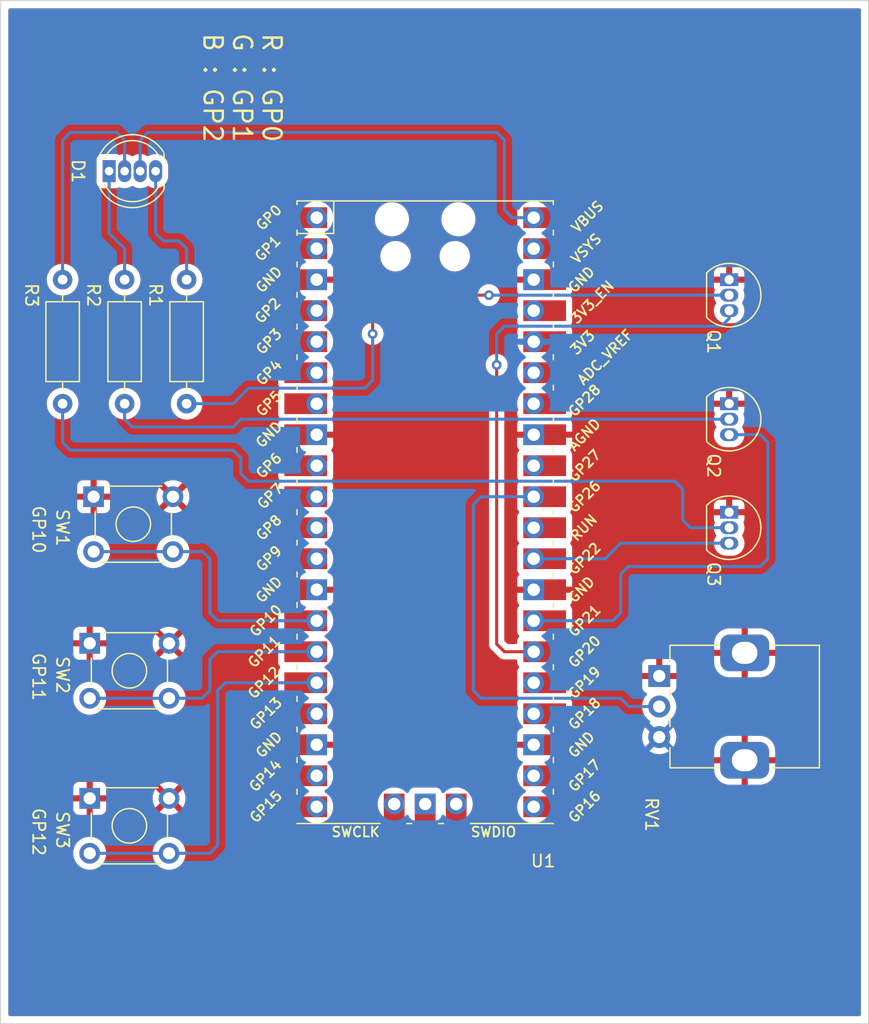
<source format=kicad_pcb>
(kicad_pcb (version 20221018) (generator pcbnew)
  (layers (0 "F.Cu" signal) (31 "B.Cu" signal) (34 "B.Paste" user) (35 "F.Paste" user) (36 "B.SilkS" user "B.Silkscreen") (37 "F.SilkS" user "F.Silkscreen") (38 "B.Mask" user) (39 "F.Mask" user) (44 "Edge.Cuts" user))
  (net 0 "")
  (net 1 "Net-(D1-GK)")
  (net 2 "Net-(D1-BK)")
  (net 3 "+5V")
  (net 4 "Net-(D1-RK)")
  (net 5 "GND")
  (net 6 "Net-(Q1-C)")
  (net 7 "/RED")
  (net 8 "Net-(Q2-C)")
  (net 9 "/GREEN")
  (net 10 "Net-(Q3-C)")
  (net 11 "/BLUE")
  (net 12 "Net-(U1-GPIO26_ADC0)")
  (net 13 "Net-(U1-GPIO10)")
  (net 14 "Net-(U1-GPIO11)")
  (net 15 "Net-(U1-GPIO12)")
  (net 42 "/3V3")
  (footprint "Resistor_THT:R_Axial_DIN0207_L6.3mm_D2.5mm_P10.16mm_Horizontal" (layer "F.Cu") (at 104.14 73.66 -90)
    (fp_text reference "R1" (at 1.27 2.54 -90 unlocked) (layer "F.SilkS"))
    (fp_text value "R")
    (fp_line (start 1.04 0) (end 1.81 0) (stroke (width 0.12)) (layer "F.SilkS"))
    (fp_line (start 1.81 -1.37) (end 1.81 1.37) (stroke (width 0.12)) (layer "F.SilkS"))
    (fp_line (start 1.81 1.37) (end 8.35 1.37) (stroke (width 0.12)) (layer "F.SilkS"))
    (fp_line (start 8.35 -1.37) (end 1.81 -1.37) (stroke (width 0.12)) (layer "F.SilkS"))
    (fp_line (start 8.35 1.37) (end 8.35 -1.37) (stroke (width 0.12)) (layer "F.SilkS"))
    (fp_line (start 9.12 0) (end 8.35 0) (stroke (width 0.12)) (layer "F.SilkS"))
    (pad "1" thru_hole circle (at 0 0 270) (size 1.6 1.6) (drill 0.8) (layers "*.Cu" "*.Mask") (net 4 "Net-(D1-RK)"))
    (pad "2" thru_hole oval (at 10.16 0 270) (size 1.6 1.6) (drill 0.8) (layers "*.Cu" "*.Mask") (net 6 "Net-(Q1-C)"))
  )
  (footprint "Resistor_THT:R_Axial_DIN0207_L6.3mm_D2.5mm_P10.16mm_Horizontal" (layer "F.Cu") (at 93.98 73.66 -90)
    (fp_text reference "R3" (at 1.27 2.54 -90 unlocked) (layer "F.SilkS"))
    (fp_text value "R")
    (fp_line (start 1.04 0) (end 1.81 0) (stroke (width 0.12)) (layer "F.SilkS"))
    (fp_line (start 1.81 -1.37) (end 1.81 1.37) (stroke (width 0.12)) (layer "F.SilkS"))
    (fp_line (start 1.81 1.37) (end 8.35 1.37) (stroke (width 0.12)) (layer "F.SilkS"))
    (fp_line (start 8.35 -1.37) (end 1.81 -1.37) (stroke (width 0.12)) (layer "F.SilkS"))
    (fp_line (start 8.35 1.37) (end 8.35 -1.37) (stroke (width 0.12)) (layer "F.SilkS"))
    (fp_line (start 9.12 0) (end 8.35 0) (stroke (width 0.12)) (layer "F.SilkS"))
    (pad "1" thru_hole circle (at 0 0 270) (size 1.6 1.6) (drill 0.8) (layers "*.Cu" "*.Mask") (net 2 "Net-(D1-BK)"))
    (pad "2" thru_hole oval (at 10.16 0 270) (size 1.6 1.6) (drill 0.8) (layers "*.Cu" "*.Mask") (net 10 "Net-(Q3-C)"))
  )
  (footprint "Rpi_Pico:RPi_Pico_SMD_TH" (layer "F.Cu") (at 123.685 92.71)
    (fp_text reference "U1" (at 9.665 28.575) (layer "F.SilkS"))
    (fp_text value "Pico")
    (fp_text user "GP9" (at -12.8 3.81 45) (layer "F.SilkS") (effects (font (size 0.8 0.8))))
    (fp_text user "GP11" (at -13.2 11.43 45) (layer "F.SilkS") (effects (font (size 0.8 0.8))))
    (fp_text user "GP4" (at -12.8 -11.43 45) (layer "F.SilkS") (effects (font (size 0.8 0.8))))
    (fp_text user "GP15" (at -13.054 24.13 45) (layer "F.SilkS") (effects (font (size 0.8 0.8))))
    (fp_text user "GP21" (at 13.054 8.9 45) (layer "F.SilkS") (effects (font (size 0.8 0.8))))
    (fp_text user "3V3" (at 12.9 -13.9 45) (layer "F.SilkS") (effects (font (size 0.8 0.8))))
    (fp_text user "GND" (at -12.8 6.35 45) (layer "F.SilkS") (effects (font (size 0.8 0.8))))
    (fp_text user "GP18" (at 13.054 16.51 45) (layer "F.SilkS") (effects (font (size 0.8 0.8))))
    (fp_text user "GP16" (at 13.054 24.13 45) (layer "F.SilkS") (effects (font (size 0.8 0.8))))
    (fp_text user "GP6" (at -12.8 -3.81 45) (layer "F.SilkS") (effects (font (size 0.8 0.8))))
    (fp_text user "GP19" (at 13.054 13.97 45) (layer "F.SilkS") (effects (font (size 0.8 0.8))))
    (fp_text user "GND" (at -12.8 19.05 45) (layer "F.SilkS") (effects (font (size 0.8 0.8))))
    (fp_text user "ADC_VREF" (at 14.745 -12.7 45) (layer "F.SilkS") (effects (font (size 0.8 0.8))))
    (fp_text user "GP8" (at -12.8 1.27 45) (layer "F.SilkS") (effects (font (size 0.8 0.8))))
    (fp_text user "RUN" (at 13 1.27 45) (layer "F.SilkS") (effects (font (size 0.8 0.8))))
    (fp_text user "GND" (at -12.8 -6.35 45) (layer "F.SilkS") (effects (font (size 0.8 0.8))))
    (fp_text user "GP12" (at -13.2 13.97 45) (layer "F.SilkS") (effects (font (size 0.8 0.8))))
    (fp_text user "GP27" (at 13.054 -3.8 45) (layer "F.SilkS") (effects (font (size 0.8 0.8))))
    (fp_text user "GP13" (at -13.054 16.51 45) (layer "F.SilkS") (effects (font (size 0.8 0.8))))
    (fp_text user "GP22" (at 13.054 3.81 45) (layer "F.SilkS") (effects (font (size 0.8 0.8))))
    (fp_text user "GP2" (at -12.9 -16.51 45) (layer "F.SilkS") (effects (font (size 0.8 0.8))))
    (fp_text user "GND" (at 12.8 6.35 45) (layer "F.SilkS") (effects (font (size 0.8 0.8))))
    (fp_text user "SWCLK" (at -5.7 26.2) (layer "F.SilkS") (effects (font (size 0.8 0.8))))
    (fp_text user "3V3_EN" (at 13.7 -17.2 45) (layer "F.SilkS") (effects (font (size 0.8 0.8))))
    (fp_text user "GP7" (at -12.7 -1.3 45) (layer "F.SilkS") (effects (font (size 0.8 0.8))))
    (fp_text user "GP17" (at 13.054 21.59 45) (layer "F.SilkS") (effects (font (size 0.8 0.8))))
    (fp_text user "GP3" (at -12.8 -13.97 45) (layer "F.SilkS") (effects (font (size 0.8 0.8))))
    (fp_text user "VBUS" (at 13.3 -24.2 45) (layer "F.SilkS") (effects (font (size 0.8 0.8))))
    (fp_text user "GND" (at 12.8 -19.05 45) (layer "F.SilkS") (effects (font (size 0.8 0.8))))
    (fp_text user "GP1" (at -12.9 -21.6 45) (layer "F.SilkS") (effects (font (size 0.8 0.8))))
    (fp_text user "GP14" (at -13.1 21.59 45) (layer "F.SilkS") (effects (font (size 0.8 0.8))))
    (fp_text user "GP5" (at -12.8 -8.89 45) (layer "F.SilkS") (effects (font (size 0.8 0.8))))
    (fp_text user "AGND" (at 13.054 -6.35 45) (layer "F.SilkS") (effects (font (size 0.8 0.8))))
    (fp_text user "GP28" (at 13.054 -9.144 45) (layer "F.SilkS") (effects (font (size 0.8 0.8))))
    (fp_text user "GP26" (at 13.054 -1.27 45) (layer "F.SilkS") (effects (font (size 0.8 0.8))))
    (fp_text user "GND" (at -12.8 -19.05 45) (layer "F.SilkS") (effects (font (size 0.8 0.8))))
    (fp_text user "GP10" (at -13.054 8.89 45) (layer "F.SilkS") (effects (font (size 0.8 0.8))))
    (fp_text user "SWDIO" (at 5.6 26.2) (layer "F.SilkS") (effects (font (size 0.8 0.8))))
    (fp_text user "GP0" (at -12.8 -24.13 45) (layer "F.SilkS") (effects (font (size 0.8 0.8))))
    (fp_text user "GND" (at 12.8 19.05 45) (layer "F.SilkS") (effects (font (size 0.8 0.8))))
    (fp_text user "VSYS" (at 13.2 -21.59 45) (layer "F.SilkS") (effects (font (size 0.8 0.8))))
    (fp_text user "GP20" (at 13.054 11.43 45) (layer "F.SilkS") (effects (font (size 0.8 0.8))))
    (fp_line (start -10.5 -25.5) (end -10.5 -25.2) (stroke (width 0.12)) (layer "F.SilkS"))
    (fp_line (start -10.5 -25.5) (end 10.5 -25.5) (stroke (width 0.12)) (layer "F.SilkS"))
    (fp_line (start -10.5 -23.1) (end -10.5 -22.7) (stroke (width 0.12)) (layer "F.SilkS"))
    (fp_line (start -10.5 -22.833) (end -7.493 -22.833) (stroke (width 0.12)) (layer "F.SilkS"))
    (fp_line (start -10.5 -20.5) (end -10.5 -20.1) (stroke (width 0.12)) (layer "F.SilkS"))
    (fp_line (start -10.5 -18) (end -10.5 -17.6) (stroke (width 0.12)) (layer "F.SilkS"))
    (fp_line (start -10.5 -15.4) (end -10.5 -15) (stroke (width 0.12)) (layer "F.SilkS"))
    (fp_line (start -10.5 -12.9) (end -10.5 -12.5) (stroke (width 0.12)) (layer "F.SilkS"))
    (fp_line (start -10.5 -10.4) (end -10.5 -10) (stroke (width 0.12)) (layer "F.SilkS"))
    (fp_line (start -10.5 -7.8) (end -10.5 -7.4) (stroke (width 0.12)) (layer "F.SilkS"))
    (fp_line (start -10.5 -5.3) (end -10.5 -4.9) (stroke (width 0.12)) (layer "F.SilkS"))
    (fp_line (start -10.5 -2.7) (end -10.5 -2.3) (stroke (width 0.12)) (layer "F.SilkS"))
    (fp_line (start -10.5 -0.2) (end -10.5 0.2) (stroke (width 0.12)) (layer "F.SilkS"))
    (fp_line (start -10.5 2.3) (end -10.5 2.7) (stroke (width 0.12)) (layer "F.SilkS"))
    (fp_line (start -10.5 4.9) (end -10.5 5.3) (stroke (width 0.12)) (layer "F.SilkS"))
    (fp_line (start -10.5 7.4) (end -10.5 7.8) (stroke (width 0.12)) (layer "F.SilkS"))
    (fp_line (start -10.5 10) (end -10.5 10.4) (stroke (width 0.12)) (layer "F.SilkS"))
    (fp_line (start -10.5 12.5) (end -10.5 12.9) (stroke (width 0.12)) (layer "F.SilkS"))
    (fp_line (start -10.5 15.1) (end -10.5 15.5) (stroke (width 0.12)) (layer "F.SilkS"))
    (fp_line (start -10.5 17.6) (end -10.5 18) (stroke (width 0.12)) (layer "F.SilkS"))
    (fp_line (start -10.5 20.1) (end -10.5 20.5) (stroke (width 0.12)) (layer "F.SilkS"))
    (fp_line (start -10.5 22.7) (end -10.5 23.1) (stroke (width 0.12)) (layer "F.SilkS"))
    (fp_line (start -7.493 -22.833) (end -7.493 -25.5) (stroke (width 0.12)) (layer "F.SilkS"))
    (fp_line (start -3.7 25.5) (end -10.5 25.5) (stroke (width 0.12)) (layer "F.SilkS"))
    (fp_line (start -1.5 25.5) (end -1.1 25.5) (stroke (width 0.12)) (layer "F.SilkS"))
    (fp_line (start 1.1 25.5) (end 1.5 25.5) (stroke (width 0.12)) (layer "F.SilkS"))
    (fp_line (start 10.5 -25.5) (end 10.5 -25.2) (stroke (width 0.12)) (layer "F.SilkS"))
    (fp_line (start 10.5 -23.1) (end 10.5 -22.7) (stroke (width 0.12)) (layer "F.SilkS"))
    (fp_line (start 10.5 -20.5) (end 10.5 -20.1) (stroke (width 0.12)) (layer "F.SilkS"))
    (fp_line (start 10.5 -18) (end 10.5 -17.6) (stroke (width 0.12)) (layer "F.SilkS"))
    (fp_line (start 10.5 -15.4) (end 10.5 -15) (stroke (width 0.12)) (layer "F.SilkS"))
    (fp_line (start 10.5 -12.9) (end 10.5 -12.5) (stroke (width 0.12)) (layer "F.SilkS"))
    (fp_line (start 10.5 -10.4) (end 10.5 -10) (stroke (width 0.12)) (layer "F.SilkS"))
    (fp_line (start 10.5 -7.8) (end 10.5 -7.4) (stroke (width 0.12)) (layer "F.SilkS"))
    (fp_line (start 10.5 -5.3) (end 10.5 -4.9) (stroke (width 0.12)) (layer "F.SilkS"))
    (fp_line (start 10.5 -2.7) (end 10.5 -2.3) (stroke (width 0.12)) (layer "F.SilkS"))
    (fp_line (start 10.5 -0.2) (end 10.5 0.2) (stroke (width 0.12)) (layer "F.SilkS"))
    (fp_line (start 10.5 2.3) (end 10.5 2.7) (stroke (width 0.12)) (layer "F.SilkS"))
    (fp_line (start 10.5 4.9) (end 10.5 5.3) (stroke (width 0.12)) (layer "F.SilkS"))
    (fp_line (start 10.5 7.4) (end 10.5 7.8) (stroke (width 0.12)) (layer "F.SilkS"))
    (fp_line (start 10.5 10) (end 10.5 10.4) (stroke (width 0.12)) (layer "F.SilkS"))
    (fp_line (start 10.5 12.5) (end 10.5 12.9) (stroke (width 0.12)) (layer "F.SilkS"))
    (fp_line (start 10.5 15.1) (end 10.5 15.5) (stroke (width 0.12)) (layer "F.SilkS"))
    (fp_line (start 10.5 17.6) (end 10.5 18) (stroke (width 0.12)) (layer "F.SilkS"))
    (fp_line (start 10.5 20.1) (end 10.5 20.5) (stroke (width 0.12)) (layer "F.SilkS"))
    (fp_line (start 10.5 22.7) (end 10.5 23.1) (stroke (width 0.12)) (layer "F.SilkS"))
    (fp_line (start 10.5 25.5) (end 3.7 25.5) (stroke (width 0.12)) (layer "F.SilkS"))
    (pad "" np_thru_hole oval (at -2.725 -24) (size 1.8 1.8) (drill 1.8) (layers "*.Cu" "*.Mask"))
    (pad "" np_thru_hole oval (at -2.425 -20.97) (size 1.5 1.5) (drill 1.5) (layers "*.Cu" "*.Mask"))
    (pad "" np_thru_hole oval (at 2.425 -20.97) (size 1.5 1.5) (drill 1.5) (layers "*.Cu" "*.Mask"))
    (pad "" np_thru_hole oval (at 2.725 -24) (size 1.8 1.8) (drill 1.8) (layers "*.Cu" "*.Mask"))
    (pad "1" thru_hole oval (at -8.89 -24.13) (size 1.7 1.7) (drill 1.02) (layers "*.Cu" "*.Mask"))
    (pad "1" smd rect (at -8.89 -24.13) (size 3.5 1.7) (drill (offset -0.9 0)) (layers "F.Cu" "F.Mask"))
    (pad "2" thru_hole oval (at -8.89 -21.59) (size 1.7 1.7) (drill 1.02) (layers "*.Cu" "*.Mask"))
    (pad "2" smd rect (at -8.89 -21.59) (size 3.5 1.7) (drill (offset -0.9 0)) (layers "F.Cu" "F.Mask"))
    (pad "3" thru_hole rect (at -8.89 -19.05) (size 1.7 1.7) (drill 1.02) (layers "*.Cu" "*.Mask") (net 5 "GND"))
    (pad "3" smd rect (at -8.89 -19.05) (size 3.5 1.7) (drill (offset -0.9 0)) (layers "F.Cu" "F.Mask") (net 5 "GND"))
    (pad "4" thru_hole oval (at -8.89 -16.51) (size 1.7 1.7) (drill 1.02) (layers "*.Cu" "*.Mask"))
    (pad "4" smd rect (at -8.89 -16.51) (size 3.5 1.7) (drill (offset -0.9 0)) (layers "F.Cu" "F.Mask"))
    (pad "5" thru_hole oval (at -8.89 -13.97) (size 1.7 1.7) (drill 1.02) (layers "*.Cu" "*.Mask"))
    (pad "5" smd rect (at -8.89 -13.97) (size 3.5 1.7) (drill (offset -0.9 0)) (layers "F.Cu" "F.Mask"))
    (pad "6" thru_hole oval (at -8.89 -11.43) (size 1.7 1.7) (drill 1.02) (layers "*.Cu" "*.Mask"))
    (pad "6" smd rect (at -8.89 -11.43) (size 3.5 1.7) (drill (offset -0.9 0)) (layers "F.Cu" "F.Mask"))
    (pad "7" thru_hole oval (at -8.89 -8.89) (size 1.7 1.7) (drill 1.02) (layers "*.Cu" "*.Mask"))
    (pad "7" smd rect (at -8.89 -8.89) (size 3.5 1.7) (drill (offset -0.9 0)) (layers "F.Cu" "F.Mask"))
    (pad "8" thru_hole rect (at -8.89 -6.35) (size 1.7 1.7) (drill 1.02) (layers "*.Cu" "*.Mask") (net 5 "GND"))
    (pad "8" smd rect (at -8.89 -6.35) (size 3.5 1.7) (drill (offset -0.9 0)) (layers "F.Cu" "F.Mask") (net 5 "GND"))
    (pad "9" thru_hole oval (at -8.89 -3.81) (size 1.7 1.7) (drill 1.02) (layers "*.Cu" "*.Mask"))
    (pad "9" smd rect (at -8.89 -3.81) (size 3.5 1.7) (drill (offset -0.9 0)) (layers "F.Cu" "F.Mask"))
    (pad "10" thru_hole oval (at -8.89 -1.27) (size 1.7 1.7) (drill 1.02) (layers "*.Cu" "*.Mask"))
    (pad "10" smd rect (at -8.89 -1.27) (size 3.5 1.7) (drill (offset -0.9 0)) (layers "F.Cu" "F.Mask"))
    (pad "11" thru_hole oval (at -8.89 1.27) (size 1.7 1.7) (drill 1.02) (layers "*.Cu" "*.Mask"))
    (pad "11" smd rect (at -8.89 1.27) (size 3.5 1.7) (drill (offset -0.9 0)) (layers "F.Cu" "F.Mask"))
    (pad "12" thru_hole oval (at -8.89 3.81) (size 1.7 1.7) (drill 1.02) (layers "*.Cu" "*.Mask"))
    (pad "12" smd rect (at -8.89 3.81) (size 3.5 1.7) (drill (offset -0.9 0)) (layers "F.Cu" "F.Mask"))
    (pad "13" thru_hole rect (at -8.89 6.35) (size 1.7 1.7) (drill 1.02) (layers "*.Cu" "*.Mask") (net 5 "GND"))
    (pad "13" smd rect (at -8.89 6.35) (size 3.5 1.7) (drill (offset -0.9 0)) (layers "F.Cu" "F.Mask") (net 5 "GND"))
    (pad "14" thru_hole oval (at -8.89 8.89) (size 1.7 1.7) (drill 1.02) (layers "*.Cu" "*.Mask") (net 13 "Net-(U1-GPIO10)"))
    (pad "14" smd rect (at -8.89 8.89) (size 3.5 1.7) (drill (offset -0.9 0)) (layers "F.Cu" "F.Mask") (net 13 "Net-(U1-GPIO10)"))
    (pad "15" thru_hole oval (at -8.89 11.43) (size 1.7 1.7) (drill 1.02) (layers "*.Cu" "*.Mask") (net 14 "Net-(U1-GPIO11)"))
    (pad "15" smd rect (at -8.89 11.43) (size 3.5 1.7) (drill (offset -0.9 0)) (layers "F.Cu" "F.Mask") (net 14 "Net-(U1-GPIO11)"))
    (pad "16" thru_hole oval (at -8.89 13.97) (size 1.7 1.7) (drill 1.02) (layers "*.Cu" "*.Mask") (net 15 "Net-(U1-GPIO12)"))
    (pad "16" smd rect (at -8.89 13.97) (size 3.5 1.7) (drill (offset -0.9 0)) (layers "F.Cu" "F.Mask") (net 15 "Net-(U1-GPIO12)"))
    (pad "17" thru_hole oval (at -8.89 16.51) (size 1.7 1.7) (drill 1.02) (layers "*.Cu" "*.Mask"))
    (pad "17" smd rect (at -8.89 16.51) (size 3.5 1.7) (drill (offset -0.9 0)) (layers "F.Cu" "F.Mask"))
    (pad "18" thru_hole rect (at -8.89 19.05) (size 1.7 1.7) (drill 1.02) (layers "*.Cu" "*.Mask") (net 5 "GND"))
    (pad "18" smd rect (at -8.89 19.05) (size 3.5 1.7) (drill (offset -0.9 0)) (layers "F.Cu" "F.Mask") (net 5 "GND"))
    (pad "19" thru_hole oval (at -8.89 21.59) (size 1.7 1.7) (drill 1.02) (layers "*.Cu" "*.Mask"))
    (pad "19" smd rect (at -8.89 21.59) (size 3.5 1.7) (drill (offset -0.9 0)) (layers "F.Cu" "F.Mask"))
    (pad "20" thru_hole oval (at -8.89 24.13) (size 1.7 1.7) (drill 1.02) (layers "*.Cu" "*.Mask"))
    (pad "20" smd rect (at -8.89 24.13) (size 3.5 1.7) (drill (offset -0.9 0)) (layers "F.Cu" "F.Mask"))
    (pad "21" thru_hole oval (at 8.89 24.13) (size 1.7 1.7) (drill 1.02) (layers "*.Cu" "*.Mask"))
    (pad "21" smd rect (at 8.89 24.13) (size 3.5 1.7) (drill (offset 0.9 0)) (layers "F.Cu" "F.Mask"))
    (pad "22" thru_hole oval (at 8.89 21.59) (size 1.7 1.7) (drill 1.02) (layers "*.Cu" "*.Mask"))
    (pad "22" smd rect (at 8.89 21.59) (size 3.5 1.7) (drill (offset 0.9 0)) (layers "F.Cu" "F.Mask"))
    (pad "23" thru_hole rect (at 8.89 19.05) (size 1.7 1.7) (drill 1.02) (layers "*.Cu" "*.Mask") (net 5 "GND"))
    (pad "23" smd rect (at 8.89 19.05) (size 3.5 1.7) (drill (offset 0.9 0)) (layers "F.Cu" "F.Mask") (net 5 "GND"))
    (pad "24" thru_hole oval (at 8.89 16.51) (size 1.7 1.7) (drill 1.02) (layers "*.Cu" "*.Mask"))
    (pad "24" smd rect (at 8.89 16.51) (size 3.5 1.7) (drill (offset 0.9 0)) (layers "F.Cu" "F.Mask"))
    (pad "25" thru_hole oval (at 8.89 13.97) (size 1.7 1.7) (drill 1.02) (layers "*.Cu" "*.Mask"))
    (pad "25" smd rect (at 8.89 13.97) (size 3.5 1.7) (drill (offset 0.9 0)) (layers "F.Cu" "F.Mask"))
    (pad "26" thru_hole oval (at 8.89 11.43) (size 1.7 1.7) (drill 1.02) (layers "*.Cu" "*.Mask") (net 7 "/RED"))
    (pad "26" smd rect (at 8.89 11.43) (size 3.5 1.7) (drill (offset 0.9 0)) (layers "F.Cu" "F.Mask") (net 7 "/RED"))
    (pad "27" thru_hole oval (at 8.89 8.89) (size 1.7 1.7) (drill 1.02) (layers "*.Cu" "*.Mask") (net 9 "/GREEN"))
    (pad "27" smd rect (at 8.89 8.89) (size 3.5 1.7) (drill (offset 0.9 0)) (layers "F.Cu" "F.Mask") (net 9 "/GREEN"))
    (pad "28" thru_hole rect (at 8.89 6.35) (size 1.7 1.7) (drill 1.02) (layers "*.Cu" "*.Mask") (net 5 "GND"))
    (pad "28" smd rect (at 8.89 6.35) (size 3.5 1.7) (drill (offset 0.9 0)) (layers "F.Cu" "F.Mask") (net 5 "GND"))
    (pad "29" thru_hole oval (at 8.89 3.81) (size 1.7 1.7) (drill 1.02) (layers "*.Cu" "*.Mask") (net 11 "/BLUE"))
    (pad "29" smd rect (at 8.89 3.81) (size 3.5 1.7) (drill (offset 0.9 0)) (layers "F.Cu" "F.Mask") (net 11 "/BLUE"))
    (pad "30" thru_hole oval (at 8.89 1.27) (size 1.7 1.7) (drill 1.02) (layers "*.Cu" "*.Mask"))
    (pad "30" smd rect (at 8.89 1.27) (size 3.5 1.7) (drill (offset 0.9 0)) (layers "F.Cu" "F.Mask"))
    (pad "31" thru_hole oval (at 8.89 -1.27) (size 1.7 1.7) (drill 1.02) (layers "*.Cu" "*.Mask") (net 12 "Net-(U1-GPIO26_ADC0)"))
    (pad "31" smd rect (at 8.89 -1.27) (size 3.5 1.7) (drill (offset 0.9 0)) (layers "F.Cu" "F.Mask") (net 12 "Net-(U1-GPIO26_ADC0)"))
    (pad "32" thru_hole oval (at 8.89 -3.81) (size 1.7 1.7) (drill 1.02) (layers "*.Cu" "*.Mask"))
    (pad "32" smd rect (at 8.89 -3.81) (size 3.5 1.7) (drill (offset 0.9 0)) (layers "F.Cu" "F.Mask"))
    (pad "33" thru_hole rect (at 8.89 -6.35) (size 1.7 1.7) (drill 1.02) (layers "*.Cu" "*.Mask") (net 5 "GND"))
    (pad "33" smd rect (at 8.89 -6.35) (size 3.5 1.7) (drill (offset 0.9 0)) (layers "F.Cu" "F.Mask") (net 5 "GND"))
    (pad "34" thru_hole oval (at 8.89 -8.89) (size 1.7 1.7) (drill 1.02) (layers "*.Cu" "*.Mask"))
    (pad "34" smd rect (at 8.89 -8.89) (size 3.5 1.7) (drill (offset 0.9 0)) (layers "F.Cu" "F.Mask"))
    (pad "35" thru_hole oval (at 8.89 -11.43) (size 1.7 1.7) (drill 1.02) (layers "*.Cu" "*.Mask"))
    (pad "35" smd rect (at 8.89 -11.43) (size 3.5 1.7) (drill (offset 0.9 0)) (layers "F.Cu" "F.Mask"))
    (pad "36" thru_hole oval (at 8.89 -13.97) (size 1.7 1.7) (drill 1.02) (layers "*.Cu" "*.Mask") (net 42 "/3V3"))
    (pad "36" smd rect (at 8.89 -13.97) (size 3.5 1.7) (drill (offset 0.9 0)) (layers "F.Cu" "F.Mask") (net 42 "/3V3"))
    (pad "37" thru_hole oval (at 8.89 -16.51) (size 1.7 1.7) (drill 1.02) (layers "*.Cu" "*.Mask"))
    (pad "37" smd rect (at 8.89 -16.51) (size 3.5 1.7) (drill (offset 0.9 0)) (layers "F.Cu" "F.Mask"))
    (pad "38" thru_hole rect (at 8.89 -19.05) (size 1.7 1.7) (drill 1.02) (layers "*.Cu" "*.Mask") (net 5 "GND"))
    (pad "38" smd rect (at 8.89 -19.05) (size 3.5 1.7) (drill (offset 0.9 0)) (layers "F.Cu" "F.Mask") (net 5 "GND"))
    (pad "39" thru_hole oval (at 8.89 -21.59) (size 1.7 1.7) (drill 1.02) (layers "*.Cu" "*.Mask"))
    (pad "39" smd rect (at 8.89 -21.59) (size 3.5 1.7) (drill (offset 0.9 0)) (layers "F.Cu" "F.Mask"))
    (pad "40" thru_hole oval (at 8.89 -24.13) (size 1.7 1.7) (drill 1.02) (layers "*.Cu" "*.Mask") (net 3 "+5V"))
    (pad "40" smd rect (at 8.89 -24.13) (size 3.5 1.7) (drill (offset 0.9 0)) (layers "F.Cu" "F.Mask") (net 3 "+5V"))
    (pad "41" thru_hole oval (at -2.54 23.9) (size 1.7 1.7) (drill 1.02) (layers "*.Cu" "*.Mask"))
    (pad "41" smd rect (at -2.54 23.9 90) (size 3.5 1.7) (drill (offset -0.9 0)) (layers "F.Cu" "F.Mask"))
    (pad "42" thru_hole rect (at 0 23.9) (size 1.7 1.7) (drill 1.02) (layers "*.Cu" "*.Mask"))
    (pad "42" smd rect (at 0 23.9 90) (size 3.5 1.7) (drill (offset -0.9 0)) (layers "F.Cu" "F.Mask"))
    (pad "43" thru_hole oval (at 2.54 23.9) (size 1.7 1.7) (drill 1.02) (layers "*.Cu" "*.Mask"))
    (pad "43" smd rect (at 2.54 23.9 90) (size 3.5 1.7) (drill (offset -0.9 0)) (layers "F.Cu" "F.Mask"))
  )
  (footprint "Package_TO_SOT_THT:TO-92_Inline" (layer "F.Cu") (at 148.59 73.66 -90)
    (fp_text reference "Q1" (at 5.08 1.27 -90 unlocked) (layer "F.SilkS"))
    (fp_text value "DTC143Z")
    (fp_line (start -0.53 1.85) (end 3.07 1.85) (stroke (width 0.12)) (layer "F.SilkS"))
    (fp_arc (start -0.568478 1.838478) (mid -1.132087 -0.994977) (end 1.27 -2.6) (stroke (width 0.12)) (layer "F.SilkS"))
    (fp_arc (start 1.27 -2.6) (mid 3.672087 -0.994977) (end 3.108478 1.838478) (stroke (width 0.12)) (layer "F.SilkS"))
    (pad "1" thru_hole rect (at 0 0 270) (size 1.05 1.5) (drill 0.75) (layers "*.Cu" "*.Mask") (net 5 "GND"))
    (pad "2" thru_hole oval (at 1.27 0 270) (size 1.05 1.5) (drill 0.75) (layers "*.Cu" "*.Mask") (net 6 "Net-(Q1-C)"))
    (pad "3" thru_hole oval (at 2.54 0 270) (size 1.05 1.5) (drill 0.75) (layers "*.Cu" "*.Mask") (net 7 "/RED"))
  )
  (footprint "Package_TO_SOT_THT:TO-92_Inline" (layer "F.Cu") (at 148.59 92.71 -90)
    (fp_text reference "Q3" (at 5.08 1.27 -90 unlocked) (layer "F.SilkS"))
    (fp_text value "DTC143Z")
    (fp_line (start -0.53 1.85) (end 3.07 1.85) (stroke (width 0.12)) (layer "F.SilkS"))
    (fp_arc (start -0.568478 1.838478) (mid -1.132087 -0.994977) (end 1.27 -2.6) (stroke (width 0.12)) (layer "F.SilkS"))
    (fp_arc (start 1.27 -2.6) (mid 3.672087 -0.994977) (end 3.108478 1.838478) (stroke (width 0.12)) (layer "F.SilkS"))
    (pad "1" thru_hole rect (at 0 0 270) (size 1.05 1.5) (drill 0.75) (layers "*.Cu" "*.Mask") (net 5 "GND"))
    (pad "2" thru_hole oval (at 1.27 0 270) (size 1.05 1.5) (drill 0.75) (layers "*.Cu" "*.Mask") (net 10 "Net-(Q3-C)"))
    (pad "3" thru_hole oval (at 2.54 0 270) (size 1.05 1.5) (drill 0.75) (layers "*.Cu" "*.Mask") (net 11 "/BLUE"))
  )
  (footprint "Resistor_THT:R_Axial_DIN0207_L6.3mm_D2.5mm_P10.16mm_Horizontal" (layer "F.Cu") (at 99.06 73.66 -90)
    (fp_text reference "R2" (at 1.27 2.54 -90 unlocked) (layer "F.SilkS"))
    (fp_text value "R")
    (fp_line (start 1.04 0) (end 1.81 0) (stroke (width 0.12)) (layer "F.SilkS"))
    (fp_line (start 1.81 -1.37) (end 1.81 1.37) (stroke (width 0.12)) (layer "F.SilkS"))
    (fp_line (start 1.81 1.37) (end 8.35 1.37) (stroke (width 0.12)) (layer "F.SilkS"))
    (fp_line (start 8.35 -1.37) (end 1.81 -1.37) (stroke (width 0.12)) (layer "F.SilkS"))
    (fp_line (start 8.35 1.37) (end 8.35 -1.37) (stroke (width 0.12)) (layer "F.SilkS"))
    (fp_line (start 9.12 0) (end 8.35 0) (stroke (width 0.12)) (layer "F.SilkS"))
    (pad "1" thru_hole circle (at 0 0 270) (size 1.6 1.6) (drill 0.8) (layers "*.Cu" "*.Mask") (net 1 "Net-(D1-GK)"))
    (pad "2" thru_hole oval (at 10.16 0 270) (size 1.6 1.6) (drill 0.8) (layers "*.Cu" "*.Mask") (net 8 "Net-(Q2-C)"))
  )
  (footprint "Button_Switch_THT:SW_TH_Tactile_Omron_B3F-10xx" (layer "F.Cu") (at 96.2 103.45)
    (fp_text reference "SW2" (at -2.22 2.595 -90 unlocked) (layer "F.SilkS"))
    (fp_text value "B3FS")
    (fp_line (start 0.13 3.4) (end 0.13 1.2) (stroke (width 0.12)) (layer "F.SilkS"))
    (fp_line (start 0.6 5.37) (end 5.8 5.37) (stroke (width 0.12)) (layer "F.SilkS"))
    (fp_line (start 1.2 -0.87) (end 5.6 -0.87) (stroke (width 0.12)) (layer "F.SilkS"))
    (fp_line (start 6.37 1.2) (end 6.37 3.4) (stroke (width 0.12)) (layer "F.SilkS"))
    (fp_circle (center 3.25 2.25) (end 4.25 3.25) (stroke (width 0.12)) (fill none) (layer "F.SilkS"))
    (pad "1" thru_hole rect (at 0 0) (size 1.7 1.7) (drill 1) (layers "*.Cu" "*.Mask") (net 5 "GND"))
    (pad "1" thru_hole circle (at 6.5 0) (size 1.7 1.7) (drill 1) (layers "*.Cu" "*.Mask") (net 5 "GND"))
    (pad "2" thru_hole circle (at 0 4.5) (size 1.7 1.7) (drill 1) (layers "*.Cu" "*.Mask") (net 14 "Net-(U1-GPIO11)"))
    (pad "2" thru_hole circle (at 6.5 4.5) (size 1.7 1.7) (drill 1) (layers "*.Cu" "*.Mask") (net 14 "Net-(U1-GPIO11)"))
  )
  (footprint "Button_Switch_THT:SW_TH_Tactile_Omron_B3F-10xx" (layer "F.Cu") (at 96.52 91.44)
    (fp_text reference "SW1" (at -2.54 2.54 -90 unlocked) (layer "F.SilkS"))
    (fp_text value "B3FS")
    (fp_line (start 0.13 3.4) (end 0.13 1.2) (stroke (width 0.12)) (layer "F.SilkS"))
    (fp_line (start 0.6 5.37) (end 5.8 5.37) (stroke (width 0.12)) (layer "F.SilkS"))
    (fp_line (start 1.2 -0.87) (end 5.6 -0.87) (stroke (width 0.12)) (layer "F.SilkS"))
    (fp_line (start 6.37 1.2) (end 6.37 3.4) (stroke (width 0.12)) (layer "F.SilkS"))
    (fp_circle (center 3.25 2.25) (end 4.25 3.25) (stroke (width 0.12)) (fill none) (layer "F.SilkS"))
    (pad "1" thru_hole rect (at 0 0) (size 1.7 1.7) (drill 1) (layers "*.Cu" "*.Mask") (net 5 "GND"))
    (pad "1" thru_hole circle (at 6.5 0) (size 1.7 1.7) (drill 1) (layers "*.Cu" "*.Mask") (net 5 "GND"))
    (pad "2" thru_hole circle (at 0 4.5) (size 1.7 1.7) (drill 1) (layers "*.Cu" "*.Mask") (net 13 "Net-(U1-GPIO10)"))
    (pad "2" thru_hole circle (at 6.5 4.5) (size 1.7 1.7) (drill 1) (layers "*.Cu" "*.Mask") (net 13 "Net-(U1-GPIO10)"))
  )
  (footprint "Package_TO_SOT_THT:TO-92_Inline" (layer "F.Cu") (at 148.59 83.82 -90)
    (fp_text reference "Q2" (at 5.08 1.27 -90 unlocked) (layer "F.SilkS"))
    (fp_text value "DTC143Z")
    (fp_line (start -0.53 1.85) (end 3.07 1.85) (stroke (width 0.12)) (layer "F.SilkS"))
    (fp_arc (start -0.568478 1.838478) (mid -1.132087 -0.994977) (end 1.27 -2.6) (stroke (width 0.12)) (layer "F.SilkS"))
    (fp_arc (start 1.27 -2.6) (mid 3.672087 -0.994977) (end 3.108478 1.838478) (stroke (width 0.12)) (layer "F.SilkS"))
    (pad "1" thru_hole rect (at 0 0 270) (size 1.05 1.5) (drill 0.75) (layers "*.Cu" "*.Mask") (net 5 "GND"))
    (pad "2" thru_hole oval (at 1.27 0 270) (size 1.05 1.5) (drill 0.75) (layers "*.Cu" "*.Mask") (net 8 "Net-(Q2-C)"))
    (pad "3" thru_hole oval (at 2.54 0 270) (size 1.05 1.5) (drill 0.75) (layers "*.Cu" "*.Mask") (net 9 "/GREEN"))
  )
  (footprint "Button_Switch_THT:SW_TH_Tactile_Omron_B3F-10xx" (layer "F.Cu") (at 96.2 116.15)
    (fp_text reference "SW3" (at -2.22 2.595 -90 unlocked) (layer "F.SilkS"))
    (fp_text value "B3FS")
    (fp_line (start 0.13 3.4) (end 0.13 1.2) (stroke (width 0.12)) (layer "F.SilkS"))
    (fp_line (start 0.6 5.37) (end 5.8 5.37) (stroke (width 0.12)) (layer "F.SilkS"))
    (fp_line (start 1.2 -0.87) (end 5.6 -0.87) (stroke (width 0.12)) (layer "F.SilkS"))
    (fp_line (start 6.37 1.2) (end 6.37 3.4) (stroke (width 0.12)) (layer "F.SilkS"))
    (fp_circle (center 3.25 2.25) (end 4.25 3.25) (stroke (width 0.12)) (fill none) (layer "F.SilkS"))
    (pad "1" thru_hole rect (at 0 0) (size 1.7 1.7) (drill 1) (layers "*.Cu" "*.Mask") (net 5 "GND"))
    (pad "1" thru_hole circle (at 6.5 0) (size 1.7 1.7) (drill 1) (layers "*.Cu" "*.Mask") (net 5 "GND"))
    (pad "2" thru_hole circle (at 0 4.5) (size 1.7 1.7) (drill 1) (layers "*.Cu" "*.Mask") (net 15 "Net-(U1-GPIO12)"))
    (pad "2" thru_hole circle (at 6.5 4.5) (size 1.7 1.7) (drill 1) (layers "*.Cu" "*.Mask") (net 15 "Net-(U1-GPIO12)"))
  )
  (footprint "Potentiometer_THT:Potentiometer_Alps_RK09K_Single_Vertical" (layer "F.Cu") (at 142.86 106.13)
    (fp_text reference "RV1" (at -0.62 11.345 -90 unlocked) (layer "F.SilkS"))
    (fp_text value "RK09D117000B")
    (fp_line (start 0.88 -2.521) (end 0.88 -1.2) (stroke (width 0.12)) (layer "F.SilkS"))
    (fp_line (start 0.88 -2.521) (end 4.817 -2.521) (stroke (width 0.12)) (layer "F.SilkS"))
    (fp_line (start 0.88 1.25) (end 0.88 1.63) (stroke (width 0.12)) (layer "F.SilkS"))
    (fp_line (start 0.88 3.371) (end 0.88 4.13) (stroke (width 0.12)) (layer "F.SilkS"))
    (fp_line (start 0.88 5.87) (end 0.88 7.52) (stroke (width 0.12)) (layer "F.SilkS"))
    (fp_line (start 0.88 7.52) (end 4.817 7.52) (stroke (width 0.12)) (layer "F.SilkS"))
    (fp_line (start 9.184 -2.521) (end 13.12 -2.521) (stroke (width 0.12)) (layer "F.SilkS"))
    (fp_line (start 9.184 7.52) (end 13.12 7.52) (stroke (width 0.12)) (layer "F.SilkS"))
    (fp_line (start 13.12 -2.521) (end 13.12 7.52) (stroke (width 0.12)) (layer "F.SilkS"))
    (pad "1" thru_hole rect (at 0 0) (size 1.8 1.8) (drill 1) (layers "*.Cu" "*.Mask") (net 5 "GND"))
    (pad "2" thru_hole circle (at 0 2.5) (size 1.8 1.8) (drill 1) (layers "*.Cu" "*.Mask") (net 12 "Net-(U1-GPIO26_ADC0)"))
    (pad "3" thru_hole circle (at 0 5) (size 1.8 1.8) (drill 1) (layers "*.Cu" "*.Mask") (net 42 "/3V3"))
    (pad "MP" thru_hole roundrect (at 7 -1.9) (size 4 3) (drill oval 2.1 1.8) (layers "*.Cu" "*.Mask") (net 5 "GND"))
    (pad "MP" thru_hole roundrect (at 7 6.9) (size 4 3) (drill oval 2.1 1.8) (layers "*.Cu" "*.Mask") (net 5 "GND"))
  )
  (footprint "LED_THT:LED_D5.0mm-4_RGB" (layer "F.Cu") (at 97.79 64.77)
    (fp_text reference "D1" (at -2.54 0 -90 unlocked) (layer "F.SilkS"))
    (fp_text value "OSTAMA5B31A")
    (fp_line (start 4.5 -1.4325) (end 4.5 -0.9675) (stroke (width 0.12)) (layer "F.SilkS"))
    (fp_line (start 4.5 1) (end 4.5 1.465) (stroke (width 0.12)) (layer "F.SilkS"))
    (fp_arc (start -0.882815 -1.080827) (mid 1.646544 -2.978808) (end 4.465 -1.54483) (stroke (width 0.12)) (layer "F.SilkS"))
    (fp_arc (start -0.349684 -1.08) (mid 1.904762 -2.5) (end 4.159479 -1.080429) (stroke (width 0.12)) (layer "F.SilkS"))
    (fp_arc (start 4.159479 1.080429) (mid 1.904762 2.5) (end -0.349684 1.08) (stroke (width 0.12)) (layer "F.SilkS"))
    (fp_arc (start 4.465 1.54483) (mid 1.646544 2.978809) (end -0.882815 1.080827) (stroke (width 0.12)) (layer "F.SilkS"))
    (pad "1" thru_hole rect (at 0 0) (size 1.07 1.8) (drill 0.7) (layers "*.Cu" "*.Mask") (net 1 "Net-(D1-GK)"))
    (pad "2" thru_hole oval (at 1.27 0) (size 1.07 1.8) (drill 0.7) (layers "*.Cu" "*.Mask") (net 2 "Net-(D1-BK)"))
    (pad "3" thru_hole oval (at 2.54 0) (size 1.07 1.8) (drill 0.7) (layers "*.Cu" "*.Mask") (net 3 "+5V"))
    (pad "4" thru_hole oval (at 3.81 0) (size 1.07 1.8) (drill 0.7) (layers "*.Cu" "*.Mask") (net 4 "Net-(D1-RK)"))
  )
  (gr_line (start 88.9 134.62) (end 160.02 134.62) (stroke (width 0.1)) (layer "Edge.Cuts"))
  (gr_line (start 160.02 50.8) (end 88.9 50.8) (stroke (width 0.1)) (layer "Edge.Cuts"))
  (gr_line (start 160.02 134.62) (end 160.02 50.8) (stroke (width 0.1)) (layer "Edge.Cuts"))
  (gr_line (start 88.9 50.8) (end 88.9 134.62) (stroke (width 0.1)) (layer "Edge.Cuts"))
  (gr_text "GP10\n" (at 91.44 92.075 270) (layer "F.SilkS") (effects (font (size 1 1)) (justify left bottom)))
  (gr_text "GP11" (at 91.44 104.14 270) (layer "F.SilkS") (effects (font (size 1 1)) (justify left bottom)))
  (gr_text "GP12" (at 91.44 116.84 270) (layer "F.SilkS") (effects (font (size 1 1)) (justify left bottom)))
  (gr_text "R : GP0\nG : GP1\nB : GP2" (at 105.41 53.34 270) (layer "F.SilkS") (effects (font (size 1.5 1.5) (thickness 0.2) bold) (justify left bottom)))
  (segment (start 97.79 69.85) (end 97.79 64.77) (width 0.25) (layer "B.Cu") (net 1))
  (segment (start 99.06 73.66) (end 99.06 71.12) (width 0.25) (layer "B.Cu") (net 1))
  (segment (start 99.06 71.12) (end 97.79 69.85) (width 0.25) (layer "B.Cu") (net 1))
  (segment (start 99.06 62.23) (end 99.06 64.77) (width 0.25) (layer "B.Cu") (net 2))
  (segment (start 94.615 61.595) (end 98.425 61.595) (width 0.25) (layer "B.Cu") (net 2))
  (segment (start 98.425 61.595) (end 99.06 62.23) (width 0.25) (layer "B.Cu") (net 2))
  (segment (start 93.98 62.23) (end 94.615 61.595) (width 0.25) (layer "B.Cu") (net 2))
  (segment (start 93.98 73.66) (end 93.98 62.23) (width 0.25) (layer "B.Cu") (net 2))
  (segment (start 129.54 61.595) (end 130.175 62.23) (width 0.25) (layer "B.Cu") (net 3))
  (segment (start 100.33 64.77) (end 100.33 62.23) (width 0.25) (layer "B.Cu") (net 3))
  (segment (start 100.965 61.595) (end 129.54 61.595) (width 0.25) (layer "B.Cu") (net 3))
  (segment (start 100.33 62.23) (end 100.965 61.595) (width 0.25) (layer "B.Cu") (net 3))
  (segment (start 130.175 62.23) (end 130.175 67.945) (width 0.25) (layer "B.Cu") (net 3))
  (segment (start 130.175 67.945) (end 130.81 68.58) (width 0.25) (layer "B.Cu") (net 3))
  (segment (start 130.81 68.58) (end 132.575 68.58) (width 0.25) (layer "B.Cu") (net 3))
  (segment (start 102.235 70.485) (end 101.6 69.85) (width 0.25) (layer "B.Cu") (net 4))
  (segment (start 103.505 70.485) (end 102.235 70.485) (width 0.25) (layer "B.Cu") (net 4))
  (segment (start 104.14 71.12) (end 103.505 70.485) (width 0.25) (layer "B.Cu") (net 4))
  (segment (start 101.6 69.85) (end 101.6 64.77) (width 0.25) (layer "B.Cu") (net 4))
  (segment (start 104.14 73.66) (end 104.14 71.12) (width 0.25) (layer "B.Cu") (net 4))
  (segment (start 120.015 74.93) (end 119.38 75.565) (width 0.25) (layer "F.Cu") (net 6))
  (segment (start 119.38 78.105) (end 119.38 75.565) (width 0.25) (layer "F.Cu") (net 6))
  (segment (start 128.905 74.93) (end 120.015 74.93) (width 0.25) (layer "F.Cu") (net 6))
  (via (at 128.905 74.93) (size 0.8) (drill 0.4) (layers "F.Cu" "B.Cu") (net 6))
  (via (at 119.38 78.105) (size 0.8) (drill 0.4) (layers "F.Cu" "B.Cu") (net 6))
  (segment (start 128.905 74.93) (end 128.815 75.02) (width 0.25) (layer "B.Cu") (net 6))
  (segment (start 107.95 83.82) (end 104.14 83.82) (width 0.25) (layer "B.Cu") (net 6))
  (segment (start 119.38 81.915) (end 119.38 78.105) (width 0.25) (layer "B.Cu") (net 6))
  (segment (start 148.59 74.93) (end 128.905 74.93) (width 0.25) (layer "B.Cu") (net 6))
  (segment (start 118.745 82.55) (end 109.22 82.55) (width 0.25) (layer "B.Cu") (net 6))
  (segment (start 109.22 82.55) (end 107.95 83.82) (width 0.25) (layer "B.Cu") (net 6))
  (segment (start 119.38 81.915) (end 118.745 82.55) (width 0.25) (layer "B.Cu") (net 6))
  (segment (start 129.54 103.505) (end 130.175 104.14) (width 0.25) (layer "F.Cu") (net 7))
  (segment (start 129.54 80.645) (end 129.54 103.505) (width 0.25) (layer "F.Cu") (net 7))
  (segment (start 130.175 104.14) (end 132.575 104.14) (width 0.25) (layer "F.Cu") (net 7))
  (via (at 129.54 80.645) (size 0.8) (drill 0.4) (layers "F.Cu" "B.Cu") (net 7))
  (segment (start 147.955 77.47) (end 130.175 77.47) (width 0.25) (layer "B.Cu") (net 7))
  (segment (start 148.59 76.835) (end 147.955 77.47) (width 0.25) (layer "B.Cu") (net 7))
  (segment (start 129.54 78.105) (end 129.54 80.645) (width 0.25) (layer "B.Cu") (net 7))
  (segment (start 148.59 76.2) (end 148.59 76.835) (width 0.25) (layer "B.Cu") (net 7))
  (segment (start 130.175 77.47) (end 129.54 78.105) (width 0.25) (layer "B.Cu") (net 7))
  (segment (start 108.585 85.09) (end 107.95 85.725) (width 0.25) (layer "B.Cu") (net 8))
  (segment (start 148.59 85.09) (end 108.585 85.09) (width 0.25) (layer "B.Cu") (net 8))
  (segment (start 107.95 85.725) (end 99.695 85.725) (width 0.25) (layer "B.Cu") (net 8))
  (segment (start 99.695 85.725) (end 99.06 85.09) (width 0.25) (layer "B.Cu") (net 8))
  (segment (start 99.06 85.09) (end 99.06 83.82) (width 0.25) (layer "B.Cu") (net 8))
  (segment (start 148.59 86.36) (end 151.13 86.36) (width 0.25) (layer "B.Cu") (net 9))
  (segment (start 151.13 97.155) (end 140.335 97.155) (width 0.25) (layer "B.Cu") (net 9))
  (segment (start 151.765 96.52) (end 151.13 97.155) (width 0.25) (layer "B.Cu") (net 9))
  (segment (start 139.7 100.965) (end 139.065 101.6) (width 0.25) (layer "B.Cu") (net 9))
  (segment (start 139.7 97.79) (end 139.7 100.965) (width 0.25) (layer "B.Cu") (net 9))
  (segment (start 140.335 97.155) (end 139.7 97.79) (width 0.25) (layer "B.Cu") (net 9))
  (segment (start 151.13 86.36) (end 151.765 86.995) (width 0.25) (layer "B.Cu") (net 9))
  (segment (start 151.765 86.995) (end 151.765 96.52) (width 0.25) (layer "B.Cu") (net 9))
  (segment (start 139.065 101.6) (end 132.575 101.6) (width 0.25) (layer "B.Cu") (net 9))
  (segment (start 145.415 93.98) (end 144.78 93.345) (width 0.25) (layer "B.Cu") (net 10))
  (segment (start 94.615 87.63) (end 93.98 86.995) (width 0.25) (layer "B.Cu") (net 10))
  (segment (start 108.585 89.535) (end 108.585 88.265) (width 0.25) (layer "B.Cu") (net 10))
  (segment (start 144.78 90.805) (end 144.145 90.17) (width 0.25) (layer "B.Cu") (net 10))
  (segment (start 144.145 90.17) (end 109.22 90.17) (width 0.25) (layer "B.Cu") (net 10))
  (segment (start 107.95 87.63) (end 94.615 87.63) (width 0.25) (layer "B.Cu") (net 10))
  (segment (start 148.59 93.98) (end 145.415 93.98) (width 0.25) (layer "B.Cu") (net 10))
  (segment (start 108.585 88.265) (end 107.95 87.63) (width 0.25) (layer "B.Cu") (net 10))
  (segment (start 93.98 86.995) (end 93.98 83.82) (width 0.25) (layer "B.Cu") (net 10))
  (segment (start 144.78 93.345) (end 144.78 90.805) (width 0.25) (layer "B.Cu") (net 10))
  (segment (start 109.22 90.17) (end 108.585 89.535) (width 0.25) (layer "B.Cu") (net 10))
  (segment (start 139.7 95.25) (end 138.43 96.52) (width 0.25) (layer "B.Cu") (net 11))
  (segment (start 138.43 96.52) (end 132.575 96.52) (width 0.25) (layer "B.Cu") (net 11))
  (segment (start 148.59 95.25) (end 139.7 95.25) (width 0.25) (layer "B.Cu") (net 11))
  (segment (start 140.38 108.63) (end 139.7 107.95) (width 0.25) (layer "B.Cu") (net 12))
  (segment (start 128.27 91.44) (end 132.575 91.44) (width 0.25) (layer "B.Cu") (net 12))
  (segment (start 142.86 108.63) (end 140.38 108.63) (width 0.25) (layer "B.Cu") (net 12))
  (segment (start 139.7 107.95) (end 128.27 107.95) (width 0.25) (layer "B.Cu") (net 12))
  (segment (start 128.27 107.95) (end 127.635 107.315) (width 0.25) (layer "B.Cu") (net 12))
  (segment (start 127.635 107.315) (end 127.635 92.075) (width 0.25) (layer "B.Cu") (net 12))
  (segment (start 127.635 92.075) (end 128.27 91.44) (width 0.25) (layer "B.Cu") (net 12))
  (segment (start 105.41 95.885) (end 106.045 96.52) (width 0.25) (layer "B.Cu") (net 13))
  (segment (start 106.045 96.52) (end 106.045 100.965) (width 0.25) (layer "B.Cu") (net 13))
  (segment (start 96.52 95.94) (end 103.02 95.94) (width 0.25) (layer "B.Cu") (net 13))
  (segment (start 103.02 95.94) (end 105.355 95.94) (width 0.25) (layer "B.Cu") (net 13))
  (segment (start 106.68 101.6) (end 114.795 101.6) (width 0.25) (layer "B.Cu") (net 13))
  (segment (start 105.355 95.94) (end 105.41 95.885) (width 0.25) (layer "B.Cu") (net 13))
  (segment (start 106.045 100.965) (end 106.68 101.6) (width 0.25) (layer "B.Cu") (net 13))
  (segment (start 105.41 107.95) (end 102.7 107.95) (width 0.25) (layer "B.Cu") (net 14))
  (segment (start 102.7 107.95) (end 96.2 107.95) (width 0.25) (layer "B.Cu") (net 14))
  (segment (start 106.68 104.14) (end 106.045 104.775) (width 0.25) (layer "B.Cu") (net 14))
  (segment (start 106.045 104.775) (end 106.045 107.315) (width 0.25) (layer "B.Cu") (net 14))
  (segment (start 106.045 107.315) (end 105.41 107.95) (width 0.25) (layer "B.Cu") (net 14))
  (segment (start 114.795 104.14) (end 106.68 104.14) (width 0.25) (layer "B.Cu") (net 14))
  (segment (start 106.68 120.015) (end 106.68 107.315) (width 0.25) (layer "B.Cu") (net 15))
  (segment (start 102.7 120.65) (end 106.045 120.65) (width 0.25) (layer "B.Cu") (net 15))
  (segment (start 106.045 120.65) (end 106.68 120.015) (width 0.25) (layer "B.Cu") (net 15))
  (segment (start 107.315 106.68) (end 114.795 106.68) (width 0.25) (layer "B.Cu") (net 15))
  (segment (start 96.2 120.65) (end 102.7 120.65) (width 0.25) (layer "B.Cu") (net 15))
  (segment (start 106.68 107.315) (end 107.315 106.68) (width 0.25) (layer "B.Cu") (net 15))
  (zone (net 5) (net_name "GND") (layer "F.Cu") (connect_pads (clearance 0.5)) (min_thickness 0.25) (fill yes (thermal_gap 0.5) (thermal_bridge_width 0.5))
    (polygon (pts (xy 159.385 51.435) (xy 159.385 133.985) (xy 89.535 133.985) (xy 89.535 51.435)))
  )
  (zone (net 42) (net_name "/3V3") (layer "B.Cu") (priority 1) (connect_pads (clearance 0.5)) (min_thickness 0.25) (fill yes (thermal_gap 0.5) (thermal_bridge_width 0.5))
    (polygon (pts (xy 89.535 51.435) (xy 159.385 51.435) (xy 159.385 133.985) (xy 89.535 133.985)))
  )
)
</source>
